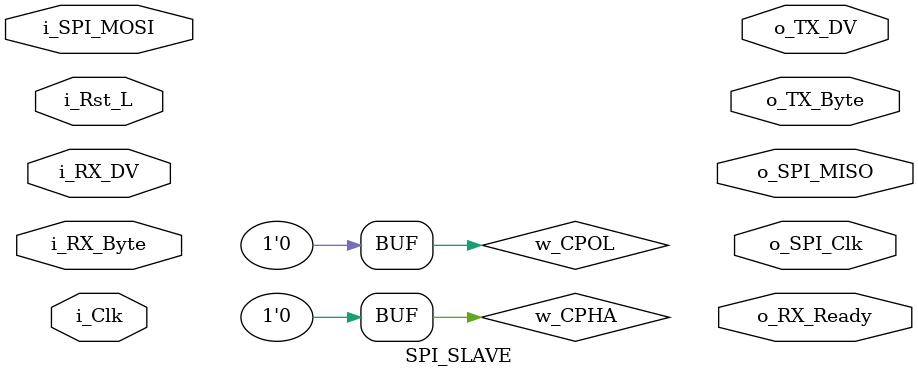
<source format=v>

module SPI_SLAVE
  #(parameter SPI_MODE = 0,
    parameter CLKS_PER_HALF_BIT = 2)
  (
   // Control/Data Signals,
   input        i_Rst_L,     // FPGA Reset
   input        i_Clk,       // FPGA Clock
   
   // TX (MOSI) Signals
   input [7:0]  i_RX_Byte,        // Byte to transmit on MOSI
   input        i_RX_DV,          // Data Valid Pulse with i_RX_Byte
   output reg   o_RX_Ready,       // Transmit Ready for next byte
   
   // RX (MISO) Signals
   output reg       o_TX_DV,     // Data Valid pulse (1 clock cycle)
   output reg [7:0] o_TX_Byte,   // Byte received on MISO

   // SPI Interface
   output reg o_SPI_Clk,
   input      i_SPI_MOSI,
   output reg o_SPI_MISO
   );

  // SPI Interface (All Runs at SPI Clock Domain)
  wire w_CPOL;     // Clock polarity
  wire w_CPHA;     // Clock phase

  reg [$clog2(CLKS_PER_HALF_BIT*2)-1:0] r_SPI_Clk_Count;
  reg r_SPI_Clk;
  reg [4:0] r_SPI_Clk_Edges;
  reg r_Leading_Edge;
  reg r_Trailing_Edge;
  reg       r_RX_DV;
  reg [7:0] r_RX_Byte;

  reg [2:0] r_TX_Bit_Count;
  reg [2:0] r_RX_Bit_Count;

  // CPOL: Clock Polarity
  // CPOL=0 means clock idles at 0, leading edge is rising edge.
  // CPOL=1 means clock idles at 1, leading edge is falling edge.
  assign w_CPOL  = (SPI_MODE == 2) | (SPI_MODE == 3);

  // CPHA: Clock Phase
  // CPHA=0 means the "out" side changes the data on trailing edge of clock
  //              the "in" side captures data on leading edge of clock
  // CPHA=1 means the "out" side changes the data on leading edge of clock
  //              the "in" side captures data on the trailing edge of clock
  assign w_CPHA  = (SPI_MODE == 1) | (SPI_MODE == 3);


endmodule // SPI_Master
</source>
